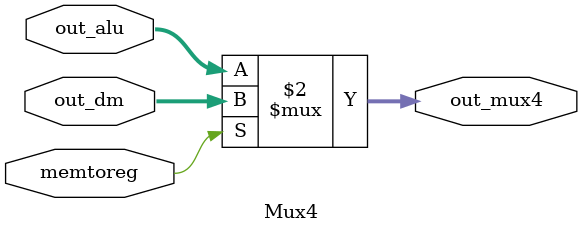
<source format=v>
`timescale 1ns / 1ps
module Mux4(
    input [63:0] out_dm,
    input [63:0] out_alu,
	 input memtoreg,
    output reg [63:0] out_mux4
    );
	
	always@*
		out_mux4 = memtoreg ? out_dm : out_alu;

endmodule

</source>
